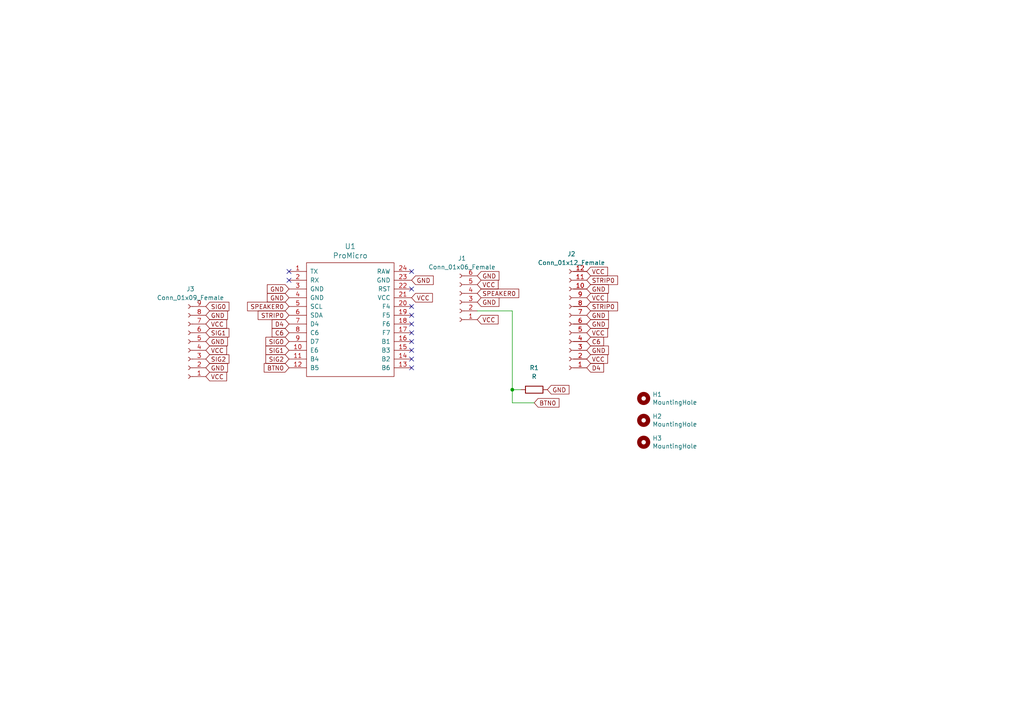
<source format=kicad_sch>
(kicad_sch (version 20211123) (generator eeschema)
  (paper "A4")
  (lib_symbols
    (symbol "Connector:Conn_01x06_Female" (pin_names (offset 1.016) hide)
      (property "Reference" "J" (at 0 7.62 0))
      (property "Value" "Conn_01x06_Female" (at 0 -10.16 0))
      (symbol "Conn_01x06_Female_1_1"
        (arc (start 0 -7.112) (mid -0.508 -7.62) (end 0 -8.128) (stroke (width 0.1524)))
        (arc (start 0 -4.572) (mid -0.508 -5.08) (end 0 -5.588) (stroke (width 0.1524)))
        (arc (start 0 -2.032) (mid -0.508 -2.54) (end 0 -3.048) (stroke (width 0.1524)))
        (polyline (pts (xy -1.27 -7.62) (xy -0.508 -7.62)) (stroke (width 0.1524)))
        (polyline (pts (xy -1.27 -5.08) (xy -0.508 -5.08)) (stroke (width 0.1524)))
        (polyline (pts (xy -1.27 -2.54) (xy -0.508 -2.54)) (stroke (width 0.1524)))
        (polyline (pts (xy -1.27 0) (xy -0.508 0)) (stroke (width 0.1524)))
        (polyline (pts (xy -1.27 2.54) (xy -0.508 2.54)) (stroke (width 0.1524)))
        (polyline (pts (xy -1.27 5.08) (xy -0.508 5.08)) (stroke (width 0.1524)))
        (arc (start 0 0.508) (mid -0.508 0) (end 0 -0.508) (stroke (width 0.1524)))
        (arc (start 0 3.048) (mid -0.508 2.54) (end 0 2.032) (stroke (width 0.1524)))
        (arc (start 0 5.588) (mid -0.508 5.08) (end 0 4.572) (stroke (width 0.1524)))
        (pin passive line (at -5.08 5.08 0) (length 3.81) (name "Pin_1") (number "1"))
        (pin passive line (at -5.08 2.54 0) (length 3.81) (name "Pin_2") (number "2"))
        (pin passive line (at -5.08 0 0) (length 3.81) (name "Pin_3") (number "3"))
        (pin passive line (at -5.08 -2.54 0) (length 3.81) (name "Pin_4") (number "4"))
        (pin passive line (at -5.08 -5.08 0) (length 3.81) (name "Pin_5") (number "5"))
        (pin passive line (at -5.08 -7.62 0) (length 3.81) (name "Pin_6") (number "6"))
      )
    )
    (symbol "Connector:Conn_01x09_Female" (pin_names (offset 1.016) hide)
      (property "Reference" "J" (at 0 12.7 0))
      (property "Value" "Conn_01x09_Female" (at 0 -12.7 0))
      (symbol "Conn_01x09_Female_1_1"
        (arc (start 0 -9.652) (mid -0.508 -10.16) (end 0 -10.668) (stroke (width 0.1524)))
        (arc (start 0 -7.112) (mid -0.508 -7.62) (end 0 -8.128) (stroke (width 0.1524)))
        (arc (start 0 -4.572) (mid -0.508 -5.08) (end 0 -5.588) (stroke (width 0.1524)))
        (arc (start 0 -2.032) (mid -0.508 -2.54) (end 0 -3.048) (stroke (width 0.1524)))
        (polyline (pts (xy -1.27 -10.16) (xy -0.508 -10.16)) (stroke (width 0.1524)))
        (polyline (pts (xy -1.27 -7.62) (xy -0.508 -7.62)) (stroke (width 0.1524)))
        (polyline (pts (xy -1.27 -5.08) (xy -0.508 -5.08)) (stroke (width 0.1524)))
        (polyline (pts (xy -1.27 -2.54) (xy -0.508 -2.54)) (stroke (width 0.1524)))
        (polyline (pts (xy -1.27 0) (xy -0.508 0)) (stroke (width 0.1524)))
        (polyline (pts (xy -1.27 2.54) (xy -0.508 2.54)) (stroke (width 0.1524)))
        (polyline (pts (xy -1.27 5.08) (xy -0.508 5.08)) (stroke (width 0.1524)))
        (polyline (pts (xy -1.27 7.62) (xy -0.508 7.62)) (stroke (width 0.1524)))
        (polyline (pts (xy -1.27 10.16) (xy -0.508 10.16)) (stroke (width 0.1524)))
        (arc (start 0 0.508) (mid -0.508 0) (end 0 -0.508) (stroke (width 0.1524)))
        (arc (start 0 3.048) (mid -0.508 2.54) (end 0 2.032) (stroke (width 0.1524)))
        (arc (start 0 5.588) (mid -0.508 5.08) (end 0 4.572) (stroke (width 0.1524)))
        (arc (start 0 8.128) (mid -0.508 7.62) (end 0 7.112) (stroke (width 0.1524)))
        (arc (start 0 10.668) (mid -0.508 10.16) (end 0 9.652) (stroke (width 0.1524)))
        (pin passive line (at -5.08 10.16 0) (length 3.81) (name "Pin_1") (number "1"))
        (pin passive line (at -5.08 7.62 0) (length 3.81) (name "Pin_2") (number "2"))
        (pin passive line (at -5.08 5.08 0) (length 3.81) (name "Pin_3") (number "3"))
        (pin passive line (at -5.08 2.54 0) (length 3.81) (name "Pin_4") (number "4"))
        (pin passive line (at -5.08 0 0) (length 3.81) (name "Pin_5") (number "5"))
        (pin passive line (at -5.08 -2.54 0) (length 3.81) (name "Pin_6") (number "6"))
        (pin passive line (at -5.08 -5.08 0) (length 3.81) (name "Pin_7") (number "7"))
        (pin passive line (at -5.08 -7.62 0) (length 3.81) (name "Pin_8") (number "8"))
        (pin passive line (at -5.08 -10.16 0) (length 3.81) (name "Pin_9") (number "9"))
      )
    )
    (symbol "Connector:Conn_01x12_Female" (pin_names (offset 1.016) hide)
      (property "Reference" "J" (at 0 15.24 0))
      (property "Value" "Conn_01x12_Female" (at 0 -17.78 0))
      (symbol "Conn_01x12_Female_1_1"
        (arc (start 0 -14.732) (mid -0.508 -15.24) (end 0 -15.748) (stroke (width 0.1524)))
        (arc (start 0 -12.192) (mid -0.508 -12.7) (end 0 -13.208) (stroke (width 0.1524)))
        (arc (start 0 -9.652) (mid -0.508 -10.16) (end 0 -10.668) (stroke (width 0.1524)))
        (arc (start 0 -7.112) (mid -0.508 -7.62) (end 0 -8.128) (stroke (width 0.1524)))
        (arc (start 0 -4.572) (mid -0.508 -5.08) (end 0 -5.588) (stroke (width 0.1524)))
        (arc (start 0 -2.032) (mid -0.508 -2.54) (end 0 -3.048) (stroke (width 0.1524)))
        (polyline (pts (xy -1.27 -15.24) (xy -0.508 -15.24)) (stroke (width 0.1524)))
        (polyline (pts (xy -1.27 -12.7) (xy -0.508 -12.7)) (stroke (width 0.1524)))
        (polyline (pts (xy -1.27 -10.16) (xy -0.508 -10.16)) (stroke (width 0.1524)))
        (polyline (pts (xy -1.27 -7.62) (xy -0.508 -7.62)) (stroke (width 0.1524)))
        (polyline (pts (xy -1.27 -5.08) (xy -0.508 -5.08)) (stroke (width 0.1524)))
        (polyline (pts (xy -1.27 -2.54) (xy -0.508 -2.54)) (stroke (width 0.1524)))
        (polyline (pts (xy -1.27 0) (xy -0.508 0)) (stroke (width 0.1524)))
        (polyline (pts (xy -1.27 2.54) (xy -0.508 2.54)) (stroke (width 0.1524)))
        (polyline (pts (xy -1.27 5.08) (xy -0.508 5.08)) (stroke (width 0.1524)))
        (polyline (pts (xy -1.27 7.62) (xy -0.508 7.62)) (stroke (width 0.1524)))
        (polyline (pts (xy -1.27 10.16) (xy -0.508 10.16)) (stroke (width 0.1524)))
        (polyline (pts (xy -1.27 12.7) (xy -0.508 12.7)) (stroke (width 0.1524)))
        (arc (start 0 0.508) (mid -0.508 0) (end 0 -0.508) (stroke (width 0.1524)))
        (arc (start 0 3.048) (mid -0.508 2.54) (end 0 2.032) (stroke (width 0.1524)))
        (arc (start 0 5.588) (mid -0.508 5.08) (end 0 4.572) (stroke (width 0.1524)))
        (arc (start 0 8.128) (mid -0.508 7.62) (end 0 7.112) (stroke (width 0.1524)))
        (arc (start 0 10.668) (mid -0.508 10.16) (end 0 9.652) (stroke (width 0.1524)))
        (arc (start 0 13.208) (mid -0.508 12.7) (end 0 12.192) (stroke (width 0.1524)))
        (pin passive line (at -5.08 12.7 0) (length 3.81) (name "Pin_1") (number "1"))
        (pin passive line (at -5.08 -10.16 0) (length 3.81) (name "Pin_10") (number "10"))
        (pin passive line (at -5.08 -12.7 0) (length 3.81) (name "Pin_11") (number "11"))
        (pin passive line (at -5.08 -15.24 0) (length 3.81) (name "Pin_12") (number "12"))
        (pin passive line (at -5.08 10.16 0) (length 3.81) (name "Pin_2") (number "2"))
        (pin passive line (at -5.08 7.62 0) (length 3.81) (name "Pin_3") (number "3"))
        (pin passive line (at -5.08 5.08 0) (length 3.81) (name "Pin_4") (number "4"))
        (pin passive line (at -5.08 2.54 0) (length 3.81) (name "Pin_5") (number "5"))
        (pin passive line (at -5.08 0 0) (length 3.81) (name "Pin_6") (number "6"))
        (pin passive line (at -5.08 -2.54 0) (length 3.81) (name "Pin_7") (number "7"))
        (pin passive line (at -5.08 -5.08 0) (length 3.81) (name "Pin_8") (number "8"))
        (pin passive line (at -5.08 -7.62 0) (length 3.81) (name "Pin_9") (number "9"))
      )
    )
    (symbol "Device:R" (pin_numbers hide) (pin_names (offset 0))
      (property "Reference" "R" (at 2.032 0 90))
      (property "Value" "R" (at 0 0 90))
      (symbol "R_0_1"
        (rectangle (start -1.016 -2.54) (end 1.016 2.54) (stroke (width 0.254)))
      )
      (symbol "R_1_1"
        (pin passive line (at 0 3.81 270) (length 1.27) (name "~") (number "1"))
        (pin passive line (at 0 -3.81 90) (length 1.27) (name "~") (number "2"))
      )
    )
    (symbol "Mechanical:MountingHole" (pin_names (offset 1.016))
      (property "Reference" "H" (at 0 5.08 0))
      (property "Value" "MountingHole" (at 0 3.175 0))
      (symbol "MountingHole_0_1"
        (circle (center 0 0) (radius 1.27) (stroke (width 1.27)))
      )
    )
    (symbol "promicro:ProMicro" (pin_names (offset 1.016))
      (property "Reference" "U" (at 0 24.13 0))
      (property "Value" "ProMicro" (at 0 -13.97 0))
      (symbol "ProMicro_0_1"
        (rectangle (start -12.7 21.59) (end 12.7 -11.43))
      )
      (symbol "ProMicro_1_1"
        (pin bidirectional line (at -17.78 19.05 0) (length 5.08) (name "TX") (number "1"))
        (pin bidirectional line (at -17.78 -3.81 0) (length 5.08) (name "E6") (number "10"))
        (pin bidirectional line (at -17.78 -6.35 0) (length 5.08) (name "B4") (number "11"))
        (pin bidirectional line (at -17.78 -8.89 0) (length 5.08) (name "B5") (number "12"))
        (pin bidirectional line (at 17.78 -8.89 180) (length 5.08) (name "B6") (number "13"))
        (pin bidirectional line (at 17.78 -6.35 180) (length 5.08) (name "B2") (number "14"))
        (pin bidirectional line (at 17.78 -3.81 180) (length 5.08) (name "B3") (number "15"))
        (pin bidirectional line (at 17.78 -1.27 180) (length 5.08) (name "B1") (number "16"))
        (pin bidirectional line (at 17.78 1.27 180) (length 5.08) (name "F7") (number "17"))
        (pin bidirectional line (at 17.78 3.81 180) (length 5.08) (name "F6") (number "18"))
        (pin bidirectional line (at 17.78 6.35 180) (length 5.08) (name "F5") (number "19"))
        (pin bidirectional line (at -17.78 16.51 0) (length 5.08) (name "RX") (number "2"))
        (pin bidirectional line (at 17.78 8.89 180) (length 5.08) (name "F4") (number "20"))
        (pin power_in line (at 17.78 11.43 180) (length 5.08) (name "VCC") (number "21"))
        (pin input line (at 17.78 13.97 180) (length 5.08) (name "RST") (number "22"))
        (pin power_in line (at 17.78 16.51 180) (length 5.08) (name "GND") (number "23"))
        (pin power_out line (at 17.78 19.05 180) (length 5.08) (name "RAW") (number "24"))
        (pin power_in line (at -17.78 13.97 0) (length 5.08) (name "GND") (number "3"))
        (pin power_in line (at -17.78 11.43 0) (length 5.08) (name "GND") (number "4"))
        (pin bidirectional line (at -17.78 8.89 0) (length 5.08) (name "SCL") (number "5"))
        (pin bidirectional line (at -17.78 6.35 0) (length 5.08) (name "SDA") (number "6"))
        (pin bidirectional line (at -17.78 3.81 0) (length 5.08) (name "D4") (number "7"))
        (pin bidirectional line (at -17.78 1.27 0) (length 5.08) (name "C6") (number "8"))
        (pin bidirectional line (at -17.78 -1.27 0) (length 5.08) (name "D7") (number "9"))
      )
    )
  )
  (junction (at 148.59 113.03))
  (no_connect (at 119.38 93.98))
  (no_connect (at 119.38 104.14))
  (no_connect (at 119.38 91.44))
  (no_connect (at 83.82 78.74))
  (no_connect (at 119.38 96.52))
  (no_connect (at 119.38 83.82))
  (no_connect (at 83.82 81.28))
  (no_connect (at 119.38 106.68))
  (no_connect (at 119.38 99.06))
  (no_connect (at 119.38 78.74))
  (no_connect (at 119.38 88.9))
  (no_connect (at 119.38 101.6))
  (wire (pts (xy 148.59 113.03) (xy 148.59 116.84)))
  (wire (pts (xy 148.59 116.84) (xy 154.94 116.84)))
  (wire (pts (xy 138.43 90.17) (xy 148.59 90.17)))
  (wire (pts (xy 148.59 113.03) (xy 151.13 113.03)))
  (wire (pts (xy 148.59 90.17) (xy 148.59 113.03)))
  (global_label "C6" (shape input) (at 170.18 99.06 0) (property "Intersheet References" "${INTERSHEET_REFS}" (effects hide)))
  (global_label "GND" (shape input) (at 170.18 93.98 0) (property "Intersheet References" "${INTERSHEET_REFS}" (effects hide)))
  (global_label "SPEAKER0" (shape input) (at 83.82 88.9 180) (property "Intersheet References" "${INTERSHEET_REFS}" (effects hide)))
  (global_label "D4" (shape input) (at 170.18 106.68 0) (property "Intersheet References" "${INTERSHEET_REFS}" (effects hide)))
  (global_label "VCC" (shape input) (at 170.18 86.36 0) (property "Intersheet References" "${INTERSHEET_REFS}" (effects hide)))
  (global_label "GND" (shape input) (at 158.75 113.03 0) (property "Intersheet References" "${INTERSHEET_REFS}" (effects hide)))
  (global_label "VCC" (shape input) (at 138.43 92.71 0) (property "Intersheet References" "${INTERSHEET_REFS}" (effects hide)))
  (global_label "STRIP0" (shape input) (at 170.18 81.28 0) (property "Intersheet References" "${INTERSHEET_REFS}" (effects hide)))
  (global_label "VCC" (shape input) (at 170.18 78.74 0) (property "Intersheet References" "${INTERSHEET_REFS}" (effects hide)))
  (global_label "GND" (shape input) (at 119.38 81.28 0) (property "Intersheet References" "${INTERSHEET_REFS}" (effects hide)))
  (global_label "VCC" (shape input) (at 59.69 93.98 0) (property "Intersheet References" "${INTERSHEET_REFS}" (effects hide)))
  (global_label "SIG2" (shape input) (at 59.69 104.14 0) (property "Intersheet References" "${INTERSHEET_REFS}" (effects hide)))
  (global_label "GND" (shape input) (at 83.82 86.36 180) (property "Intersheet References" "${INTERSHEET_REFS}" (effects hide)))
  (global_label "SIG0" (shape input) (at 83.82 99.06 180) (property "Intersheet References" "${INTERSHEET_REFS}" (effects hide)))
  (global_label "BTN0" (shape input) (at 83.82 106.68 180) (property "Intersheet References" "${INTERSHEET_REFS}" (effects hide)))
  (global_label "GND" (shape input) (at 138.43 87.63 0) (property "Intersheet References" "${INTERSHEET_REFS}" (effects hide)))
  (global_label "SPEAKER0" (shape input) (at 138.43 85.09 0) (property "Intersheet References" "${INTERSHEET_REFS}" (effects hide)))
  (global_label "VCC" (shape input) (at 170.18 96.52 0) (property "Intersheet References" "${INTERSHEET_REFS}" (effects hide)))
  (global_label "SIG1" (shape input) (at 59.69 96.52 0) (property "Intersheet References" "${INTERSHEET_REFS}" (effects hide)))
  (global_label "VCC" (shape input) (at 59.69 109.22 0) (property "Intersheet References" "${INTERSHEET_REFS}" (effects hide)))
  (global_label "STRIP0" (shape input) (at 83.82 91.44 180) (property "Intersheet References" "${INTERSHEET_REFS}" (effects hide)))
  (global_label "GND" (shape input) (at 170.18 101.6 0) (property "Intersheet References" "${INTERSHEET_REFS}" (effects hide)))
  (global_label "VCC" (shape input) (at 119.38 86.36 0) (property "Intersheet References" "${INTERSHEET_REFS}" (effects hide)))
  (global_label "BTN0" (shape input) (at 154.94 116.84 0) (property "Intersheet References" "${INTERSHEET_REFS}" (effects hide)))
  (global_label "GND" (shape input) (at 170.18 83.82 0) (property "Intersheet References" "${INTERSHEET_REFS}" (effects hide)))
  (global_label "VCC" (shape input) (at 59.69 101.6 0) (property "Intersheet References" "${INTERSHEET_REFS}" (effects hide)))
  (global_label "GND" (shape input) (at 59.69 106.68 0) (property "Intersheet References" "${INTERSHEET_REFS}" (effects hide)))
  (global_label "GND" (shape input) (at 83.82 83.82 180) (property "Intersheet References" "${INTERSHEET_REFS}" (effects hide)))
  (global_label "GND" (shape input) (at 138.43 80.01 0) (property "Intersheet References" "${INTERSHEET_REFS}" (effects hide)))
  (global_label "SIG0" (shape input) (at 59.69 88.9 0) (property "Intersheet References" "${INTERSHEET_REFS}" (effects hide)))
  (global_label "C6" (shape input) (at 83.82 96.52 180) (property "Intersheet References" "${INTERSHEET_REFS}" (effects hide)))
  (global_label "SIG2" (shape input) (at 83.82 104.14 180) (property "Intersheet References" "${INTERSHEET_REFS}" (effects hide)))
  (global_label "VCC" (shape input) (at 138.43 82.55 0) (property "Intersheet References" "${INTERSHEET_REFS}" (effects hide)))
  (global_label "GND" (shape input) (at 170.18 91.44 0) (property "Intersheet References" "${INTERSHEET_REFS}" (effects hide)))
  (global_label "VCC" (shape input) (at 170.18 104.14 0) (property "Intersheet References" "${INTERSHEET_REFS}" (effects hide)))
  (global_label "D4" (shape input) (at 83.82 93.98 180) (property "Intersheet References" "${INTERSHEET_REFS}" (effects hide)))
  (global_label "SIG1" (shape input) (at 83.82 101.6 180) (property "Intersheet References" "${INTERSHEET_REFS}" (effects hide)))
  (global_label "GND" (shape input) (at 59.69 99.06 0) (property "Intersheet References" "${INTERSHEET_REFS}" (effects hide)))
  (global_label "STRIP0" (shape input) (at 170.18 88.9 0) (property "Intersheet References" "${INTERSHEET_REFS}" (effects hide)))
  (global_label "GND" (shape input) (at 59.69 91.44 0) (property "Intersheet References" "${INTERSHEET_REFS}" (effects hide)))
  (symbol (lib_id "promicro:ProMicro") (at 101.6 97.79 0) (unit 1)
    (property "Reference" "U1" (at 101.6 71.4502 0) (effects (font (size 1.524 1.524))))
    (property "Value" "ProMicro" (at 101.6 74.1426 0) (effects (font (size 1.524 1.524))))
    (property "Footprint" "promicro:ArduinoProMicro" (effects hide))
  )
  (symbol (lib_id "Mechanical:MountingHole") (at 186.69 115.57 0) (unit 1)
    (property "Reference" "H1" (at 189.23 114.4016 0) (effects (justify left)))
    (property "Value" "MountingHole" (at 189.23 116.713 0) (effects (justify left)))
    (property "Footprint" "MountingHole:MountingHole_2.2mm_M2" (effects hide))
  )
  (symbol (lib_id "Mechanical:MountingHole") (at 186.69 121.92 0) (unit 1)
    (property "Reference" "H2" (at 189.23 120.7516 0) (effects (justify left)))
    (property "Value" "MountingHole" (at 189.23 123.063 0) (effects (justify left)))
    (property "Footprint" "MountingHole:MountingHole_2.2mm_M2" (effects hide))
  )
  (symbol (lib_id "Mechanical:MountingHole") (at 186.69 128.27 0) (unit 1)
    (property "Reference" "H3" (at 189.23 127.1016 0) (effects (justify left)))
    (property "Value" "MountingHole" (at 189.23 129.413 0) (effects (justify left)))
    (property "Footprint" "MountingHole:MountingHole_2.2mm_M2" (effects hide))
  )
  (symbol (lib_id "Connector:Conn_01x09_Female") (at 54.61 99.06 180) (unit 1)
    (property "Reference" "J3" (at 55.245 83.82 0))
    (property "Value" "Conn_01x09_Female" (at 55.245 86.36 0))
    (property "Footprint" "Connector_PinHeader_2.54mm:PinHeader_1x09_P2.54mm_Vertical" (effects hide))
  )
  (symbol (lib_id "Connector:Conn_01x12_Female") (at 165.1 93.98 180) (unit 1)
    (property "Reference" "J2" (at 165.735 73.66 0))
    (property "Value" "Conn_01x12_Female" (at 165.735 76.2 0))
    (property "Footprint" "Connector_PinHeader_2.54mm:PinHeader_1x12_P2.54mm_Vertical" (effects hide))
  )
  (symbol (lib_id "Device:R") (at 154.94 113.03 90) (unit 1)
    (property "Reference" "R1" (at 154.94 106.68 90))
    (property "Value" "R" (at 154.94 109.22 90))
    (property "Footprint" "Resistor_THT:R_Axial_DIN0207_L6.3mm_D2.5mm_P15.24mm_Horizontal" (effects hide))
  )
  (symbol (lib_id "Connector:Conn_01x06_Female") (at 133.35 87.63 180) (unit 1)
    (property "Reference" "J1" (at 133.985 74.93 0))
    (property "Value" "Conn_01x06_Female" (at 133.985 77.47 0))
    (property "Footprint" "Connector_PinHeader_2.54mm:PinHeader_1x06_P2.54mm_Vertical" (effects hide))
  )
)
</source>
